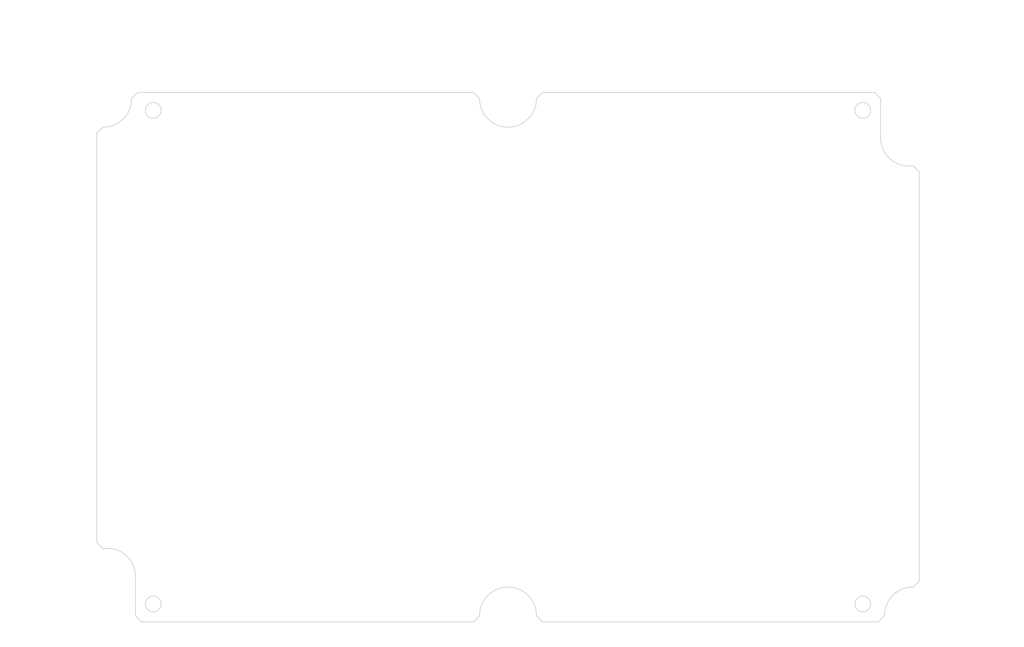
<source format=kicad_pcb>
(kicad_pcb (version 20221018) (generator pcbnew)

  (general
    (thickness 1.6)
  )

  (paper "A3")
  (layers
    (0 "F.Cu" signal)
    (31 "B.Cu" signal)
    (32 "B.Adhes" user "B.Adhesive")
    (33 "F.Adhes" user "F.Adhesive")
    (34 "B.Paste" user)
    (35 "F.Paste" user)
    (36 "B.SilkS" user "B.Silkscreen")
    (37 "F.SilkS" user "F.Silkscreen")
    (38 "B.Mask" user)
    (39 "F.Mask" user)
    (40 "Dwgs.User" user "User.Drawings")
    (41 "Cmts.User" user "User.Comments")
    (42 "Eco1.User" user "User.Eco1")
    (43 "Eco2.User" user "User.Eco2")
    (44 "Edge.Cuts" user)
    (45 "Margin" user)
    (46 "B.CrtYd" user "B.Courtyard")
    (47 "F.CrtYd" user "F.Courtyard")
    (48 "B.Fab" user)
    (49 "F.Fab" user)
  )

  (setup
    (pad_to_mask_clearance 0.051)
    (solder_mask_min_width 0.25)
    (pcbplotparams
      (layerselection 0x00010fc_ffffffff)
      (plot_on_all_layers_selection 0x0000000_00000000)
      (disableapertmacros false)
      (usegerberextensions false)
      (usegerberattributes false)
      (usegerberadvancedattributes false)
      (creategerberjobfile false)
      (dashed_line_dash_ratio 12.000000)
      (dashed_line_gap_ratio 3.000000)
      (svgprecision 4)
      (plotframeref false)
      (viasonmask false)
      (mode 1)
      (useauxorigin false)
      (hpglpennumber 1)
      (hpglpenspeed 20)
      (hpglpendiameter 15.000000)
      (dxfpolygonmode true)
      (dxfimperialunits true)
      (dxfusepcbnewfont true)
      (psnegative false)
      (psa4output false)
      (plotreference true)
      (plotvalue true)
      (plotinvisibletext false)
      (sketchpadsonfab false)
      (subtractmaskfromsilk false)
      (outputformat 1)
      (mirror false)
      (drillshape 1)
      (scaleselection 1)
      (outputdirectory "")
    )
  )

  (net 0 "")

  (gr_line (start 115.419799 70.456571) (end 87.739879 70.456571)
    (stroke (width 0.2) (type solid)) (layer "Dwgs.User") (tstamp 0335e0e5-cc4e-4fb8-8feb-5476bc9c67cb))
  (gr_line (start 116.419799 71.456571) (end 116.419799 95.590972)
    (stroke (width 0.2) (type solid)) (layer "Dwgs.User") (tstamp 0381bed3-24cb-461f-a0e1-48b72e6d9284))
  (gr_line (start 300.413746 72.456571) (end 300.413746 130.899136)
    (stroke (width 0.2) (type solid)) (layer "Dwgs.User") (tstamp 06d3cd62-b511-424f-a69e-09cc2d05eb77))
  (gr_line (start 218.111785 78.363317) (end 214.650581 74.46304)
    (stroke (width 0.2) (type solid)) (layer "Dwgs.User") (tstamp 0c480ed9-0b44-404a-8240-9d5d23952109))
  (gr_line (start 121.033271 59.761267) (end 123.033271 59.761267)
    (stroke (width 0.2) (type solid)) (layer "Dwgs.User") (tstamp 0f27bc93-ad3a-4bf5-afdf-a3c5a890e960))
  (gr_line (start 316.230085 201.939203) (end 314.230085 201.939203)
    (stroke (width 0.2) (type solid)) (layer "Dwgs.User") (tstamp 10935d6f-a0a1-44d1-9a08-7abb373988a8))
  (gr_line (start 102.457747 80.691838) (end 100.457747 80.691838)
    (stroke (width 0.2) (type solid)) (layer "Dwgs.User") (tstamp 1502c94c-1399-4750-85dc-a5d709892e12))
  (gr_line (start 298.419799 55.573333) (end 205.670165 55.573333)
    (stroke (width 0.2) (type solid)) (layer "Dwgs.User") (tstamp 181d2d4e-6d71-4460-8f0f-0fc80a3f7990))
  (gr_line (start 110.805297 66.381181) (end 110.805297 46.43042)
    (stroke (width 0.2) (type solid)) (layer "Dwgs.User") (tstamp 1978d4af-6127-4a64-967f-64fbe4ccb68f))
  (gr_line (start 205.933455 192.084106) (end 205.933455 138.014006)
    (stroke (width 0.2) (type solid)) (layer "Dwgs.User") (tstamp 197fdf57-d73a-4452-9c4f-1df42a0ea94f))
  (gr_line (start 220.111785 78.363317) (end 218.111785 78.363317)
    (stroke (width 0.2) (type solid)) (layer "Dwgs.User") (tstamp 1e279415-5f10-4d9b-a71f-2683111d0cbe))
  (gr_line (start 219.328247 63.793681) (end 219.328247 59.603884)
    (stroke (width 0.2) (type solid)) (layer "Dwgs.User") (tstamp 23e46465-bc0f-4b05-9981-b7b88dfa3777))
  (gr_line (start 116.419799 69.456571) (end 116.419799 52.398333)
    (stroke (width 0.2) (type solid)) (layer "Dwgs.User") (tstamp 2d15fc1c-137d-4830-a9ab-0b473ef5ab27))
  (gr_line (start 101.756909 75.415972) (end 101.756909 54.206181)
    (stroke (width 0.2) (type solid)) (layer "Dwgs.User") (tstamp 3b3c5fb9-212f-4816-a577-14a1800d9cad))
  (gr_line (start 205.933455 76.829036) (end 205.933455 130.899136)
    (stroke (width 0.2) (type solid)) (layer "Dwgs.User") (tstamp 3be93295-eb27-4d62-b69f-0b1e49bd476d))
  (gr_line (start 315.082689 85.431207) (end 315.082689 41.938154)
    (stroke (width 0.2) (type solid)) (layer "Dwgs.User") (tstamp 3d0466e3-2957-4ae2-8a9f-8474fc1dfda6))
  (gr_line (start 312.549526 208.429267) (end 315.049526 208.429267)
    (stroke (width 0.2) (type solid)) (layer "Dwgs.User") (tstamp 3dd408e6-5261-43af-b046-56df7b53fd8a))
  (gr_line (start 208.419868 67.441926) (end 208.419868 67.191926)
    (stroke (width 0.2) (type solid)) (layer "Dwgs.User") (tstamp 3f0cfc5d-e551-44d6-b5a2-85fb3aaa7b2e))
  (gr_line (start 124.861248 82.836421) (end 118.701432 73.802711)
    (stroke (width 0.2) (type solid)) (layer "Dwgs.User") (tstamp 3f9e7b68-cd05-4a59-83cb-0c739b0aac21))
  (gr_line (start 307.478798 203.544178) (end 305.239304 202.325712)
    (stroke (width 0.2) (type solid)) (layer "Dwgs.User") (tstamp 433ff51b-55ce-4505-afe7-0991b74b43b6))
  (gr_line (start 121.033271 72.456571) (end 121.033271 74.456571)
    (stroke (width 0.2) (type solid)) (layer "Dwgs.User") (tstamp 436fe387-fc36-4ae7-99e6-e4b66c84da98))
  (gr_line (start 112.394408 203.119461) (end 78.251532 203.119461)
    (stroke (width 0.2) (type solid)) (layer "Dwgs.User") (tstamp 43d84dfe-36b7-44f8-8e05-d06d3b13ca32))
  (gr_line (start 305.032828 66.381181) (end 305.032828 46.43042)
    (stroke (width 0.2) (type solid)) (layer "Dwgs.User") (tstamp 44e35c15-9a0b-4315-bbda-858e566431d8))
  (gr_line (start 116.419799 70.546571) (end 116.419799 70.366571)
    (stroke (width 0.2) (type solid)) (layer "Dwgs.User") (tstamp 4609d4b1-7235-480e-82aa-240d05e72ab8))
  (gr_line (start 81.426532 201.119461) (end 81.426532 133.233978)
    (stroke (width 0.2) (type solid)) (layer "Dwgs.User") (tstamp 4ddbe30d-f2d1-43aa-96f6-eaf055f99f18))
  (gr_line (start 219.328247 69.494287) (end 219.328247 71.494287)
    (stroke (width 0.2) (type solid)) (layer "Dwgs.User") (tstamp 51b5fed2-d351-4a0a-9525-7659003c75a7))
  (gr_line (start 101.756909 75.415972) (end 101.756909 41.938154)
    (stroke (width 0.2) (type solid)) (layer "Dwgs.User") (tstamp 6b98a3b5-f97b-4395-9583-2cb108daa8b6))
  (gr_line (start 90.914879 196.456571) (end 90.914879 142.054486)
    (stroke (width 0.2) (type solid)) (layer "Dwgs.User") (tstamp 709717a5-d1b6-45d6-bf24-883aef9d33d9))
  (gr_line (start 307.15835 203.927986) (end 305.239309 202.325711)
    (stroke (width 0.2) (type solid)) (layer "Dwgs.User") (tstamp 72a7f074-7e9c-4c95-ad90-3cec42eaad33))
  (gr_line (start 207.419869 194.084106) (end 202.758455 194.084106)
    (stroke (width 0.2) (type solid)) (layer "Dwgs.User") (tstamp 790cf13b-57be-4ec9-8517-2cca279a3a6e))
  (gr_line (start 102.457747 74.828472) (end 102.457747 80.691838)
    (stroke (width 0.2) (type solid)) (layer "Dwgs.User") (tstamp 7959ebba-29dc-421d-9d61-e2f43696df86))
  (gr_line (start 126.861248 82.836421) (end 124.861248 82.836421)
    (stroke (width 0.2) (type solid)) (layer "Dwgs.User") (tstamp 7bb1523b-778f-4a7d-a692-3ed1c1cb695c))
  (gr_line (start 108.805297 57.381181) (end 103.756909 57.381181)
    (stroke (width 0.2) (type solid)) (layer "Dwgs.User") (tstamp 7efa2dec-cfc1-4662-ac49-4a3e42f63e44))
  (gr_line (start 207.419868 74.829036) (end 202.758455 74.829036)
    (stroke (width 0.2) (type solid)) (layer "Dwgs.User") (tstamp 7f9ef1e9-c0f7-4120-bc78-936e57fb5d69))
  (gr_line (start 307.15835 203.927986) (end 312.549526 208.429267)
    (stroke (width 0.2) (type solid)) (layer "Dwgs.User") (tstamp 8595a0f4-12e7-49c8-8193-f864a2514aad))
  (gr_line (start 81.426532 67.793681) (end 81.426532 126.117947)
    (stroke (width 0.2) (type solid)) (layer "Dwgs.User") (tstamp 860a112a-6a19-4973-9cb4-e512d92a696f))
  (gr_line (start 102.344409 74.828472) (end 99.282747 74.828472)
    (stroke (width 0.2) (type solid)) (layer "Dwgs.User") (tstamp 8a951811-853f-4239-828c-8cc7d084ef89))
  (gr_line (start 314.230085 201.939203) (end 308.754437 198.777352)
    (stroke (width 0.2) (type solid)) (layer "Dwgs.User") (tstamp 8c0f192e-09d9-431e-8e07-7d4dca7b7e7e))
  (gr_line (start 300.413746 196.456571) (end 300.413746 138.014006)
    (stroke (width 0.2) (type solid)) (layer "Dwgs.User") (tstamp 8f3e2d6f-ad6e-4a04-8f4b-bce9852e4b16))
  (gr_line (start 110.805297 66.381181) (end 110.805297 54.206181)
    (stroke (width 0.2) (type solid)) (layer "Dwgs.User") (tstamp 919a8ce0-8041-48c0-b526-1387a27d2e28))
  (gr_line (start 101.756909 92.415972) (end 99.756909 92.415972)
    (stroke (width 0.2) (type solid)) (layer "Dwgs.User") (tstamp 9ddd0efb-c61b-43e3-b85a-1028d5d6f9f1))
  (gr_line (start 121.033271 63.793681) (end 121.033271 59.761267)
    (stroke (width 0.2) (type solid)) (layer "Dwgs.User") (tstamp 9ebb3687-e2c0-4f5b-a116-fd65834a7781))
  (gr_line (start 114.419799 92.415972) (end 103.756909 92.415972)
    (stroke (width 0.2) (type solid)) (layer "Dwgs.User") (tstamp a09937ee-3c78-4b88-891e-9d55410eb1ec))
  (gr_line (start 102.457747 67.793681) (end 102.457747 72.828472)
    (stroke (width 0.2) (type solid)) (layer "Dwgs.User") (tstamp a5a30dc8-9936-4283-84e4-b3d57dc39d38))
  (gr_line (start 115.419799 198.456571) (end 87.739879 198.456571)
    (stroke (width 0.2) (type solid)) (layer "Dwgs.User") (tstamp a638dcc0-892e-4100-a5fc-3a733b29ab02))
  (gr_line (start 219.328247 59.603884) (end 221.328247 59.603884)
    (stroke (width 0.2) (type solid)) (layer "Dwgs.User") (tstamp a6c59db4-f5fb-48f0-bb9e-5e492d17d24d))
  (gr_line (start 303.032828 49.60542) (end 217.864753 49.60542)
    (stroke (width 0.2) (type solid)) (layer "Dwgs.User") (tstamp a804e8cd-de70-4c49-ba26-d3e33a60bc6c))
  (gr_line (start 103.756909 45.113154) (end 194.075822 45.113154)
    (stroke (width 0.2) (type solid)) (layer "Dwgs.User") (tstamp aac1de3c-7530-40a7-95b6-b2714f8dea95))
  (gr_line (start 118.419799 55.573333) (end 196.260137 55.573333)
    (stroke (width 0.2) (type solid)) (layer "Dwgs.User") (tstamp aaccf420-7a5b-4ff8-aa20-3ae9f14d9191))
  (gr_line (start 116.329799 70.456571) (end 116.509799 70.456571)
    (stroke (width 0.2) (type solid)) (layer "Dwgs.User") (tstamp b1fb82bf-3d2c-40ae-ae05-0d6e54ff8806))
  (gr_line (start 208.419868 67.441926) (end 208.169868 67.441926)
    (stroke (width 0.2) (type solid)) (layer "Dwgs.User") (tstamp b290799c-76e1-4d2f-acf2-13ac7e57ed9c))
  (gr_line (start 305.239309 202.325711) (end 306.837895 204.311794)
    (stroke (width 0.2) (type solid)) (layer "Dwgs.User") (tstamp b7700ae1-21e1-477f-8b59-0e9acf1a5255))
  (gr_line (start 306.837895 204.311794) (end 307.478805 203.544178)
    (stroke (width 0.2) (type solid)) (layer "Dwgs.User") (tstamp c11db261-561a-46b8-88e0-dd40f8c3490e))
  (gr_line (start 306.837891 204.311796) (end 307.478798 203.544178)
    (stroke (width 0.2) (type solid)) (layer "Dwgs.User") (tstamp cdc5e065-944a-4e66-9bd0-c1d6b2ff13cf))
  (gr_line (start 216.806793 67.494287) (end 222.503247 67.494287)
    (stroke (width 0.2) (type solid)) (layer "Dwgs.User") (tstamp ce66b267-4be9-472e-80dd-b9e37c1155b4))
  (gr_line (start 111.392797 65.793681) (end 99.282747 65.793681)
    (stroke (width 0.2) (type solid)) (layer "Dwgs.User") (tstamp d382600f-2ce3-4dc3-880f-72c358808c00))
  (gr_line (start 208.419868 67.441926) (end 208.669868 67.441926)
    (stroke (width 0.2) (type solid)) (layer "Dwgs.User") (tstamp d4d08f1e-22d4-4346-9c3e-d4c6a68abdbd))
  (gr_line (start 117.419799 70.456571) (end 124.208271 70.456571)
    (stroke (width 0.2) (type solid)) (layer "Dwgs.User") (tstamp d5070563-118d-4ddb-8567-a81639962020))
  (gr_line (start 111.392797 65.793681) (end 78.251532 65.793681)
    (stroke (width 0.2) (type solid)) (layer "Dwgs.User") (tstamp da562750-db81-4d77-a82a-391f592867b0))
  (gr_line (start 307.478805 203.544178) (end 305.239309 202.325711)
    (stroke (width 0.2) (type solid)) (layer "Dwgs.User") (tstamp e10c33ee-a34b-4747-9d01-a0abfe8c5fc5))
  (gr_line (start 208.419868 67.941926) (end 208.419868 75.329036)
    (stroke (width 0.2) (type solid)) (layer "Dwgs.User") (tstamp e2a6f92c-5513-4474-b52c-109fdf9c9820))
  (gr_line (start 313.082689 45.113154) (end 203.491647 45.113154)
    (stroke (width 0.2) (type solid)) (layer "Dwgs.User") (tstamp eabad15e-e2fd-42e3-a83a-6061d9054082))
  (gr_line (start 208.419868 67.441926) (end 208.419868 67.691926)
    (stroke (width 0.2) (type solid)) (layer "Dwgs.User") (tstamp f0da335e-b98c-4a11-92d0-0c8439fa7324))
  (gr_line (start 112.805297 49.60542) (end 208.448927 49.60542)
    (stroke (width 0.2) (type solid)) (layer "Dwgs.User") (tstamp f54037b6-11b9-4c6a-b901-3bb65629b122))
  (gr_line (start 90.914879 72.456571) (end 90.914879 134.939616)
    (stroke (width 0.2) (type solid)) (layer "Dwgs.User") (tstamp f6527cdb-e387-4495-86e3-3a309ae2c8ba))
  (gr_line (start 101.756909 57.381181) (end 99.756909 57.381181)
    (stroke (width 0.2) (type solid)) (layer "Dwgs.User") (tstamp f6def6f1-e1c6-422c-819f-27734ab4d95e))
  (gr_line (start 305.239304 202.325712) (end 306.837891 204.311796)
    (stroke (width 0.2) (type solid)) (layer "Dwgs.User") (tstamp fe340077-99e5-4e43-b6b3-f0fb4b25e43d))
  (gr_line (start 300.419799 69.456571) (end 300.419799 52.398333)
    (stroke (width 0.2) (type solid)) (layer "Dwgs.User") (tstamp fe65fc9a-e154-415f-8d6f-71a6b6aba999))
  (gr_circle (center 300.419799 198.456571) (end 302.469799 198.456571)
    (stroke (width 0.2) (type solid)) (fill none) (layer "Edge.Cuts") (tstamp 06579bd4-62e0-483e-b8f5-157861da905c))
  (gr_line (start 217.393942 65.793681) (end 215.806442 67.381181)
    (stroke (width 0.2) (type solid)) (layer "Edge.Cuts") (tstamp 0b83b7c2-f71d-4535-952b-b3a6505bf668))
  (gr_line (start 313.495189 84.843707) (end 311.395171 84.843707)
    (stroke (width 0.2) (type solid)) (layer "Edge.Cuts") (tstamp 1ca75994-d152-41b9-aab4-eb08b28b813b))
  (gr_line (start 199.445795 65.793681) (end 112.392797 65.793681)
    (stroke (width 0.2) (type solid)) (layer "Edge.Cuts") (tstamp 286613bf-da46-44bc-85b0-83549ad56096))
  (gr_line (start 215.806793 201.418855) (end 215.806442 201.531961)
    (stroke (width 0.2) (type solid)) (layer "Edge.Cuts") (tstamp 3066cc03-f7e2-4a79-a7fa-15fc9d7b03ae))
  (gr_line (start 103.344409 74.828472) (end 101.756909 76.415972)
    (stroke (width 0.2) (type solid)) (layer "Edge.Cuts") (tstamp 36b5628e-bd63-48db-a509-cf1268621a26))
  (gr_line (start 111.806908 191.38512) (end 111.806908 201.531961)
    (stroke (width 0.2) (type solid)) (layer "Edge.Cuts") (tstamp 3d3b0d48-acbe-47e8-bb34-0e2b71835943))
  (gr_arc (start 311.39517 84.843707) (mid 306.845915 82.375667) (end 305.032828 77.528022)
    (stroke (width 0.2) (type solid)) (layer "Edge.Cuts") (tstamp 3de4aa98-250e-47e7-9bd8-e5143e59fddd))
  (gr_line (start 215.806442 201.531961) (end 217.393942 203.119461)
    (stroke (width 0.2) (type solid)) (layer "Edge.Cuts") (tstamp 499019c9-090b-48e4-9bbf-f75e6433f4c4))
  (gr_line (start 101.756909 76.415972) (end 101.756909 182.481953)
    (stroke (width 0.2) (type solid)) (layer "Edge.Cuts") (tstamp 4ba50cbd-2fe4-403d-8a22-bca25fd7a369))
  (gr_line (start 305.032828 67.381181) (end 303.445328 65.793681)
    (stroke (width 0.2) (type solid)) (layer "Edge.Cuts") (tstamp 4ef57d6b-0738-4b25-a2b6-5bb6626ca94a))
  (gr_line (start 103.344409 184.069453) (end 105.444692 184.069453)
    (stroke (width 0.2) (type solid)) (layer "Edge.Cuts") (tstamp 51253e75-5609-4a5a-a1f3-59a1de0dbd3c))
  (gr_arc (start 215.806792 67.494287) (mid 208.419868 74.829036) (end 201.032944 67.494287)
    (stroke (width 0.2) (type solid)) (layer "Edge.Cuts") (tstamp 574e495d-bcad-4ee6-8ada-38d6f83eb6c6))
  (gr_line (start 313.495189 194.084752) (end 315.082689 192.497252)
    (stroke (width 0.2) (type solid)) (layer "Edge.Cuts") (tstamp 594b41e7-a57e-4415-9c8c-28de96b33713))
  (gr_line (start 101.756909 182.481953) (end 103.344409 184.069453)
    (stroke (width 0.2) (type solid)) (layer "Edge.Cuts") (tstamp 5ba17de1-05b1-4a7a-be8c-11efaa45a46c))
  (gr_arc (start 306.032709 201.418861) (mid 308.195835 196.248064) (end 313.366365 194.084299)
    (stroke (width 0.2) (type solid)) (layer "Edge.Cuts") (tstamp 645074d0-3fe2-4150-9eca-6aaf7c767737))
  (gr_line (start 304.445559 203.119461) (end 306.033059 201.531961)
    (stroke (width 0.2) (type solid)) (layer "Edge.Cuts") (tstamp 671c8b62-4b4c-4904-a1f6-0afcf82efaa7))
  (gr_line (start 215.806442 67.381181) (end 215.806793 67.494287)
    (stroke (width 0.2) (type solid)) (layer "Edge.Cuts") (tstamp 712bcb35-8ce3-400d-8257-28393fe8b154))
  (gr_line (start 306.033059 201.531961) (end 306.032708 201.418861)
    (stroke (width 0.2) (type solid)) (layer "Edge.Cuts") (tstamp 71ad9208-2788-4ba5-a8fc-27c968285793))
  (gr_line (start 303.445328 65.793681) (end 217.393942 65.793681)
    (stroke (width 0.2) (type solid)) (layer "Edge.Cuts") (tstamp 7a9ee329-5475-47f8-8a8a-7bb4d11cbfdd))
  (gr_line (start 103.464701 74.828893) (end 103.344409 74.828472)
    (stroke (width 0.2) (type solid)) (layer "Edge.Cuts") (tstamp 899e708a-046a-462a-a500-bb0d738b5b43))
  (gr_line (start 315.082689 192.497252) (end 315.082689 86.431207)
    (stroke (width 0.2) (type solid)) (layer "Edge.Cuts") (tstamp 8df7bded-346c-4a24-bf9b-eab78a296b8a))
  (gr_arc (start 110.805647 67.493566) (mid 108.640193 72.667401) (end 103.464701 74.828893)
    (stroke (width 0.2) (type solid)) (layer "Edge.Cuts") (tstamp 93eab4df-96d0-40f4-8858-70eff6397b60))
  (gr_circle (center 116.419799 70.456571) (end 118.469799 70.456571)
    (stroke (width 0.2) (type solid)) (fill none) (layer "Edge.Cuts") (tstamp 9af97963-3c42-4383-95e8-f2884ba3c835))
  (gr_line (start 201.032944 67.494287) (end 201.033295 67.381181)
    (stroke (width 0.2) (type solid)) (layer "Edge.Cuts") (tstamp 9b444f0c-5dc3-46d0-a1ec-198c3b15cdc6))
  (gr_line (start 112.392797 65.793681) (end 110.805297 67.381181)
    (stroke (width 0.2) (type solid)) (layer "Edge.Cuts") (tstamp 9cc5fd0c-2c18-4c71-bd3c-734c3630e541))
  (gr_circle (center 116.419799 198.456571) (end 118.469799 198.456571)
    (stroke (width 0.2) (type solid)) (fill none) (layer "Edge.Cuts") (tstamp a0147302-7cc4-4877-9eb2-9ba8db0559e5))
  (gr_arc (start 105.444692 184.069453) (mid 109.993863 186.537523) (end 111.806908 191.38512)
    (stroke (width 0.2) (type solid)) (layer "Edge.Cuts") (tstamp a5f37b55-9484-4c58-a6f4-afe5fb3f9602))
  (gr_circle (center 300.419799 70.456571) (end 302.469799 70.456571)
    (stroke (width 0.2) (type solid)) (fill none) (layer "Edge.Cuts") (tstamp a9e292e2-66a4-4dc9-a51b-27dfefd87221))
  (gr_arc (start 201.032943 201.418855) (mid 208.419868 194.084105) (end 215.806793 201.418855)
    (stroke (width 0.2) (type solid)) (layer "Edge.Cuts") (tstamp ac486c63-4cc3-475f-b9e8-a4e1f2510bc2))
  (gr_line (start 305.032828 77.528022) (end 305.032828 67.381181)
    (stroke (width 0.2) (type solid)) (layer "Edge.Cuts") (tstamp b7dbcc27-539f-45d1-aae6-2f4ebe67c093))
  (gr_line (start 201.033295 201.531961) (end 201.032944 201.418855)
    (stroke (width 0.2) (type solid)) (layer "Edge.Cuts") (tstamp be55611a-6df5-4287-86a1-3fedcc858f09))
  (gr_line (start 201.033295 67.381181) (end 199.445795 65.793681)
    (stroke (width 0.2) (type solid)) (layer "Edge.Cuts") (tstamp bfc7536d-2f92-45bf-850e-d7e8ba11e6e0))
  (gr_line (start 199.445795 203.119461) (end 201.033295 201.531961)
    (stroke (width 0.2) (type solid)) (layer "Edge.Cuts") (tstamp c61d9d65-3bca-49f9-906c-523d52636e1c))
  (gr_line (start 110.805297 67.381181) (end 110.805647 67.493567)
    (stroke (width 0.2) (type solid)) (layer "Edge.Cuts") (tstamp c6cb419f-a2fe-4a03-b732-41f46aa39f47))
  (gr_line (start 113.394408 203.119461) (end 199.445795 203.119461)
    (stroke (width 0.2) (type solid)) (layer "Edge.Cuts") (tstamp c82b5cbd-eba3-445b-b844-6135a8cbfeec))
  (gr_line (start 313.366365 194.084299) (end 313.495189 194.084752)
    (stroke (width 0.2) (type solid)) (layer "Edge.Cuts") (tstamp da5329da-fdcd-4ad7-b63f-54d46c6cfa6c))
  (gr_line (start 217.393942 203.119461) (end 304.445559 203.119461)
    (stroke (width 0.2) (type solid)) (layer "Edge.Cuts") (tstamp e240f2d7-d577-496c-abea-08507a9b2351))
  (gr_line (start 315.082689 86.431207) (end 313.495189 84.843707)
    (stroke (width 0.2) (type solid)) (layer "Edge.Cuts") (tstamp ed650230-b69d-4878-aac5-996f647e557d))
  (gr_line (start 111.806908 201.531961) (end 113.394408 203.119461)
    (stroke (width 0.2) (type solid)) (layer "Edge.Cuts") (tstamp ff14c1df-b6fb-4d17-9d2f-e9dcc5efdafe))
  (gr_text "[7.65]" (at 213.15684 51.494881) (layer "Dwgs.User") (tstamp 02bb2433-c6ee-4ea6-b86c-c9aa7204be1b)
    (effects (font (size 1.7 1.53) (thickness 0.2125)))
  )
  (gr_text " 14.66" (at 95.709978 90.747998) (layer "Dwgs.User") (tstamp 063fdf02-f314-48aa-9bfc-0305ccee3401)
    (effects (font (size 1.7 1.53) (thickness 0.2125)))
  )
  (gr_text "[.36]" (at 97.07064 82.581299) (layer "Dwgs.User") (tstamp 1b243f57-276f-4e30-8401-51f40a6b1e19)
    (effects (font (size 1.7 1.53) (thickness 0.2125)))
  )
  (gr_text "[8.40]" (at 198.783735 47.002615) (layer "Dwgs.User") (tstamp 2de22508-181c-4549-85bb-5a8c36222087)
    (effects (font (size 1.7 1.53) (thickness 0.2125)))
  )
  (gr_text " 128.00" (at 90.914879 136.829077) (layer "Dwgs.User") (tstamp 455ee4b1-418f-4445-8b5f-cfa0da50990e)
    (effects (font (size 1.7 1.53) (thickness 0.2125)))
  )
  (gr_text " 194.23" (at 213.15684 47.936866) (layer "Dwgs.User") (tstamp 45ff6f7a-57e5-4bfa-bdea-611efccbaa78)
    (effects (font (size 1.7 1.53) (thickness 0.2125)))
  )
  (gr_text "[.18]" (at 126.419799 61.650729) (layer "Dwgs.User") (tstamp 5a8b4567-b03f-45f0-9a99-1ceb27c71282)
    (effects (font (size 1.7 1.53) (thickness 0.2125)))
  )
  (gr_text "[.36]" (at 96.363423 59.270642) (layer "Dwgs.User") (tstamp 68f7379f-7061-4018-a08d-d8c43aea0c82)
    (effects (font (size 1.7 1.53) (thickness 0.2125)))
  )
  (gr_text "[7.24]" (at 200.965151 57.462794) (layer "Dwgs.User") (tstamp 70ec0c0f-de91-4229-8f02-ebd29de32f52)
    (effects (font (size 1.7 1.53) (thickness 0.2125)))
  )
  (gr_text " R7.39" (at 320.700856 200.270649) (layer "Dwgs.User") (tstamp 748e72dd-89dd-4f9f-9bbc-a55c3591670c)
    (effects (font (size 1.7 1.53) (thickness 0.2125)))
  )
  (gr_text "[R0.29]" (at 320.700856 203.828664) (layer "Dwgs.User") (tstamp 76361167-0af8-4e7e-b314-4e2cb0e0f515)
    (effects (font (size 1.7 1.53) (thickness 0.2125)))
  )
  (gr_text "[.07]" (at 224.712456 61.493345) (layer "Dwgs.User") (tstamp 7e0eb56e-44da-4cb6-8c23-194f0c9049d8)
    (effects (font (size 1.7 1.53) (thickness 0.2125)))
  )
  (gr_text "1.59 X 45.0° Chamfer" (at 316.120167 209.308421) (layer "Dwgs.User") (tstamp 85186cc3-bdae-4e84-894b-df69cf193d75)
    (effects (font (size 1.7 1.53) (thickness 0.2125)) (justify left bottom))
  )
  (gr_text "[5.04]" (at 90.914879 140.386512) (layer "Dwgs.User") (tstamp 8dd25247-5c12-4249-90be-9ec49bfcaed9)
    (effects (font (size 1.7 1.53) (thickness 0.2125)))
  )
  (gr_text " 9.03" (at 97.07064 79.023284) (layer "Dwgs.User") (tstamp 94103258-9b48-4982-bbcb-c09334b0968a)
    (effects (font (size 1.7 1.53) (thickness 0.2125)))
  )
  (gr_text " 4.66" (at 126.419799 58.093293) (layer "Dwgs.User") (tstamp 9793d8a8-ac65-4b5d-aa10-a11ab07c3cda)
    (effects (font (size 1.7 1.53) (thickness 0.2125)))
  )
  (gr_text " 119.26" (at 205.933455 132.788597) (layer "Dwgs.User") (tstamp 9e2c7c14-2882-4228-b911-41b0e456f1ad)
    (effects (font (size 1.7 1.53) (thickness 0.2125)))
  )
  (gr_text " 184.00" (at 200.965151 53.905359) (layer "Dwgs.User") (tstamp a8731f26-9f34-4228-b6ab-409c4b28b0f9)
    (effects (font (size 1.7 1.53) (thickness 0.2125)))
  )
  (gr_text "[.58]" (at 95.709978 94.305433) (layer "Dwgs.User") (tstamp bcd42b0a-9111-4b0e-bc3a-783308096073)
    (effects (font (size 1.7 1.53) (thickness 0.2125)))
  )
  (gr_text " 1.70" (at 224.712456 57.93591) (layer "Dwgs.User") (tstamp c16897b6-6b06-407b-b88d-c6bd6fa8eb9a)
    (effects (font (size 1.7 1.53) (thickness 0.2125)))
  )
  (gr_text "[5.04]" (at 300.413746 136.346032) (layer "Dwgs.User") (tstamp c68068a0-4593-4d71-af54-09c55d8803cc)
    (effects (font (size 1.7 1.53) (thickness 0.2125)))
  )
  (gr_text "[4.70]" (at 205.933455 136.346032) (layer "Dwgs.User") (tstamp d5428457-9163-4a83-90b6-c2ae433a37d4)
    (effects (font (size 1.7 1.53) (thickness 0.2125)))
  )
  (gr_text "[R0.29]" (at 224.582556 80.252778) (layer "Dwgs.User") (tstamp d94d02ef-5803-4698-b76a-ca615263c903)
    (effects (font (size 1.7 1.53) (thickness 0.2125)))
  )
  (gr_text " 9.05" (at 96.363423 55.713207) (layer "Dwgs.User") (tstamp db79edfa-0fce-493d-a6f7-d085fe349332)
    (effects (font (size 1.7 1.53) (thickness 0.2125)))
  )
  (gr_text "[5.41]" (at 81.426532 131.565424) (layer "Dwgs.User") (tstamp dec961d2-1311-4087-997d-6a284da0a2f5)
    (effects (font (size 1.7 1.53) (thickness 0.2125)))
  )
  (gr_text " 137.33" (at 81.426532 128.007409) (layer "Dwgs.User") (tstamp e60a1203-1ba9-4f98-8504-25d3cfafe357)
    (effects (font (size 1.7 1.53) (thickness 0.2125)))
  )
  (gr_text " 128.00" (at 300.413746 132.788597) (layer "Dwgs.User") (tstamp f31030c5-bcae-44b3-bece-86c291152a13)
    (effects (font (size 1.7 1.53) (thickness 0.2125)))
  )
  (gr_text " ∅4.10\n[∅0.16]" (at 131.398117 82.836421) (layer "Dwgs.User") (tstamp f6c57a0d-c6d7-4a54-a74f-e0c418921845)
    (effects (font (size 1.7 1.53) (thickness 0.2125)))
  )
  (gr_text " R7.39" (at 224.582556 76.694763) (layer "Dwgs.User") (tstamp f975b66f-a6c8-4a5f-9ea7-12cf34116d67)
    (effects (font (size 1.7 1.53) (thickness 0.2125)))
  )
  (gr_text " 213.33" (at 198.783735 43.4446) (layer "Dwgs.User") (tstamp fa515e13-d540-48ad-8d3f-0e08d0aef63d)
    (effects (font (size 1.7 1.53) (thickness 0.2125)))
  )

)

</source>
